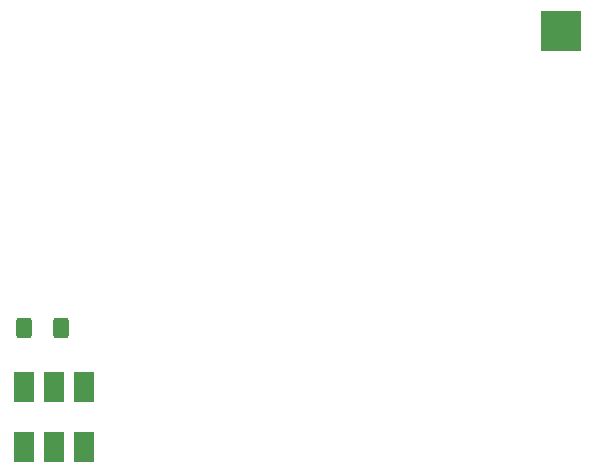
<source format=gbr>
G04 #@! TF.GenerationSoftware,KiCad,Pcbnew,6.0.4-6f826c9f35~116~ubuntu20.04.1*
G04 #@! TF.CreationDate,2022-04-28T21:29:12-04:00*
G04 #@! TF.ProjectId,LWA Active Test 2022,4c574120-4163-4746-9976-652054657374,1.1*
G04 #@! TF.SameCoordinates,Original*
G04 #@! TF.FileFunction,Paste,Top*
G04 #@! TF.FilePolarity,Positive*
%FSLAX46Y46*%
G04 Gerber Fmt 4.6, Leading zero omitted, Abs format (unit mm)*
G04 Created by KiCad (PCBNEW 6.0.4-6f826c9f35~116~ubuntu20.04.1) date 2022-04-28 21:29:12*
%MOMM*%
%LPD*%
G01*
G04 APERTURE LIST*
G04 Aperture macros list*
%AMRoundRect*
0 Rectangle with rounded corners*
0 $1 Rounding radius*
0 $2 $3 $4 $5 $6 $7 $8 $9 X,Y pos of 4 corners*
0 Add a 4 corners polygon primitive as box body*
4,1,4,$2,$3,$4,$5,$6,$7,$8,$9,$2,$3,0*
0 Add four circle primitives for the rounded corners*
1,1,$1+$1,$2,$3*
1,1,$1+$1,$4,$5*
1,1,$1+$1,$6,$7*
1,1,$1+$1,$8,$9*
0 Add four rect primitives between the rounded corners*
20,1,$1+$1,$2,$3,$4,$5,0*
20,1,$1+$1,$4,$5,$6,$7,0*
20,1,$1+$1,$6,$7,$8,$9,0*
20,1,$1+$1,$8,$9,$2,$3,0*%
G04 Aperture macros list end*
%ADD10R,1.651000X2.540000*%
%ADD11R,3.450001X3.450001*%
%ADD12RoundRect,0.250000X0.400000X0.625000X-0.400000X0.625000X-0.400000X-0.625000X0.400000X-0.625000X0*%
G04 APERTURE END LIST*
D10*
G04 #@! TO.C,H1*
X84683600Y-91363800D03*
X82143600Y-91363800D03*
X79603600Y-91363800D03*
X79603600Y-96443800D03*
X82143600Y-96443800D03*
X84683600Y-96443800D03*
G04 #@! TD*
D11*
G04 #@! TO.C,TP2*
X125069600Y-61264800D03*
G04 #@! TD*
D12*
G04 #@! TO.C,R3*
X82703600Y-86410800D03*
X79603600Y-86410800D03*
G04 #@! TD*
M02*

</source>
